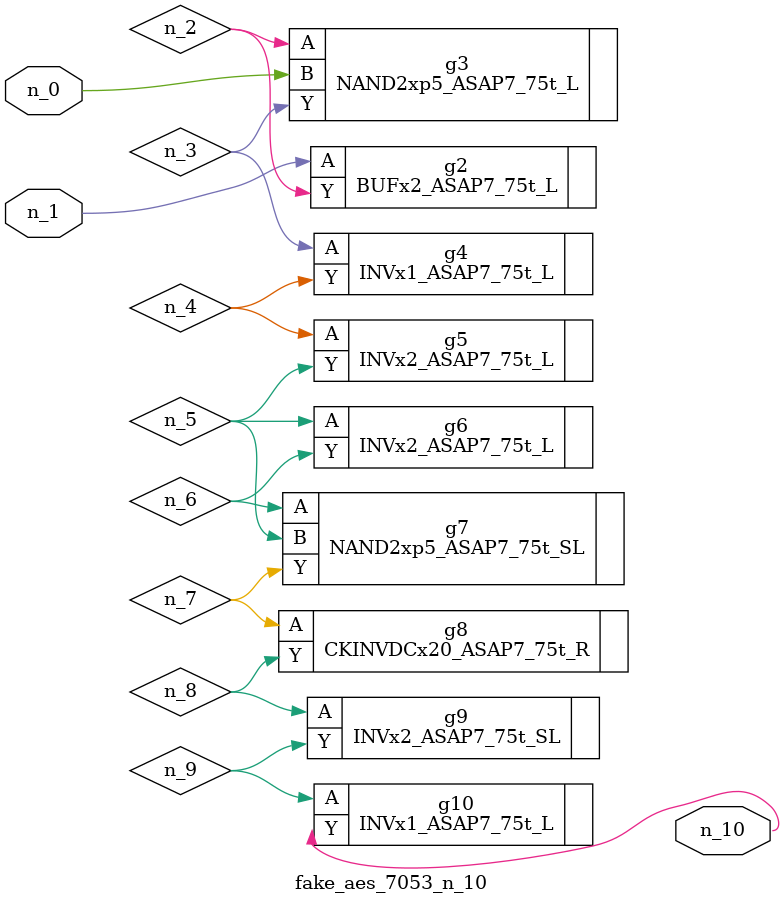
<source format=v>
module fake_aes_7053_n_10 (n_1, n_0, n_10);
input n_1;
input n_0;
output n_10;
wire n_2;
wire n_6;
wire n_4;
wire n_3;
wire n_9;
wire n_5;
wire n_7;
wire n_8;
BUFx2_ASAP7_75t_L g2 ( .A(n_1), .Y(n_2) );
NAND2xp5_ASAP7_75t_L g3 ( .A(n_2), .B(n_0), .Y(n_3) );
INVx1_ASAP7_75t_L g4 ( .A(n_3), .Y(n_4) );
INVx2_ASAP7_75t_L g5 ( .A(n_4), .Y(n_5) );
INVx2_ASAP7_75t_L g6 ( .A(n_5), .Y(n_6) );
NAND2xp5_ASAP7_75t_SL g7 ( .A(n_6), .B(n_5), .Y(n_7) );
CKINVDCx20_ASAP7_75t_R g8 ( .A(n_7), .Y(n_8) );
INVx2_ASAP7_75t_SL g9 ( .A(n_8), .Y(n_9) );
INVx1_ASAP7_75t_L g10 ( .A(n_9), .Y(n_10) );
endmodule
</source>
